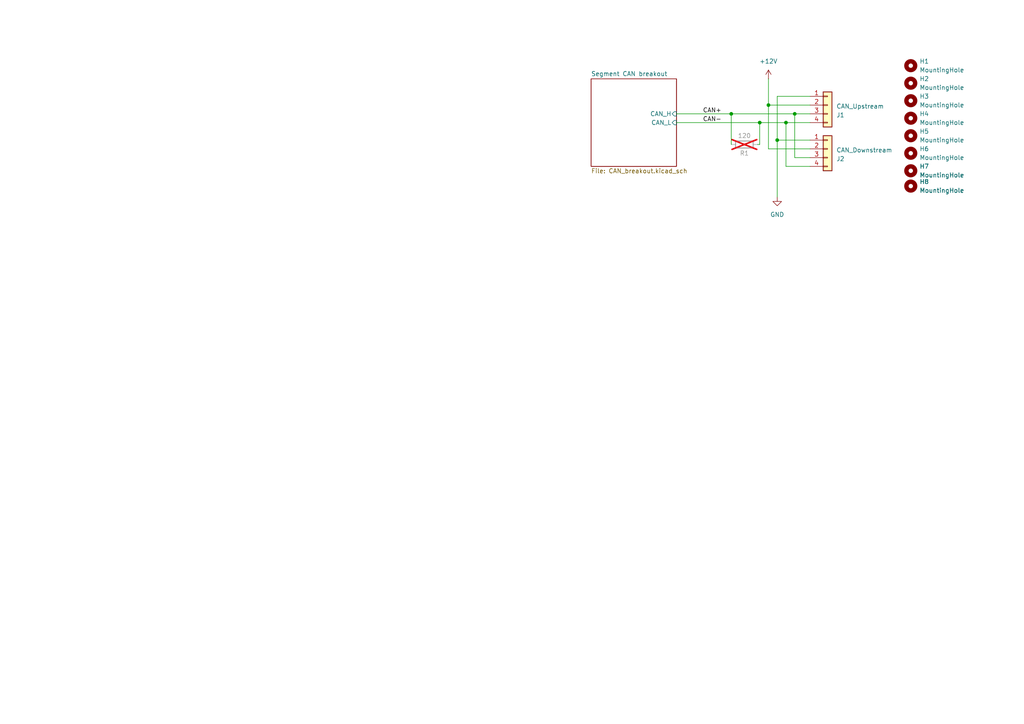
<source format=kicad_sch>
(kicad_sch (version 20250114) (generator "eeschema") (generator_version "9.0")
  (paper "A4")
  (title_block (title "OrionBMS Interface PCB") (date "2025-10-23") (rev "1.1.1"))
  (lib_symbols
    (symbol "Connector_Generic:Conn_01x04" (pin_names (offset 1.016) (hide yes))
      (property "Reference" "J" (at 0 5.08 0))
      (property "Value" "Conn_01x04" (at 0 -7.62 0))
      (symbol "Conn_01x04_1_1"
        (rectangle (start -1.27 3.81) (end 1.27 -6.35) (stroke (width 0.254)) (fill (type background)))
        (rectangle (start -1.27 2.667) (end 0 2.413) (stroke (width 0.1524)))
        (rectangle (start -1.27 0.127) (end 0 -0.127) (stroke (width 0.1524)))
        (rectangle (start -1.27 -2.413) (end 0 -2.667) (stroke (width 0.1524)))
        (rectangle (start -1.27 -4.953) (end 0 -5.207) (stroke (width 0.1524)))
        (pin passive line (at -5.08 2.54 0) (length 3.81) (name "Pin_1") (number "1"))
        (pin passive line (at -5.08 0 0) (length 3.81) (name "Pin_2") (number "2"))
        (pin passive line (at -5.08 -2.54 0) (length 3.81) (name "Pin_3") (number "3"))
        (pin passive line (at -5.08 -5.08 0) (length 3.81) (name "Pin_4") (number "4"))
      )
    )
    (symbol "Device:R" (pin_numbers (hide yes)) (pin_names (offset 0))
      (property "Reference" "R" (at 2.032 0 90))
      (property "Value" "R" (at 0 0 90))
      (symbol "R_0_1"
        (rectangle (start -1.016 -2.54) (end 1.016 2.54) (stroke (width 0.254)))
      )
      (symbol "R_1_1"
        (pin passive line (at 0 3.81 270) (length 1.27) (name "~") (number "1"))
        (pin passive line (at 0 -3.81 90) (length 1.27) (name "~") (number "2"))
      )
    )
    (symbol "Mechanical:MountingHole" (pin_names (offset 1.016)) (exclude_from_sim yes) (in_bom no)
      (property "Reference" "H" (at 0 5.08 0))
      (property "Value" "MountingHole" (at 0 3.175 0))
      (symbol "MountingHole_0_1"
        (circle (center 0 0) (radius 1.27) (stroke (width 1.27)))
      )
    )
    (symbol "power:+12V" (power) (pin_numbers (hide yes)) (pin_names (offset 0) (hide yes))
      (property "Value" "+12V" (at 0 3.556 0))
      (symbol "+12V_0_1"
        (polyline (pts (xy -0.762 1.27) (xy 0 2.54)))
        (polyline (pts (xy 0 2.54) (xy 0.762 1.27)))
        (polyline (pts (xy 0 0) (xy 0 2.54)))
      )
      (symbol "+12V_1_1"
        (pin power_in line (at 0 0 90) (length 0) (name "~") (number "1"))
      )
    )
    (symbol "power:GND" (power) (pin_numbers (hide yes)) (pin_names (offset 0) (hide yes))
      (property "Value" "GND" (at 0 -3.81 0))
      (symbol "GND_0_1"
        (polyline (pts (xy 0 0) (xy 0 -1.27) (xy 1.27 -1.27) (xy 0 -2.54) (xy -1.27 -1.27) (xy 0 -1.27)))
      )
      (symbol "GND_1_1"
        (pin power_in line (at 0 0 270) (length 0) (name "~") (number "1"))
      )
    )
  )
  (junction (at 227.965 35.56))
  (junction (at 220.345 35.56))
  (junction (at 212.09 33.02))
  (junction (at 230.505 33.02))
  (junction (at 225.425 40.64))
  (junction (at 222.885 30.48))
  (wire (pts (xy 225.425 40.64) (xy 234.95 40.64)))
  (wire (pts (xy 196.215 33.02) (xy 212.09 33.02)))
  (wire (pts (xy 225.425 27.94) (xy 225.425 40.64)))
  (wire (pts (xy 227.965 35.56) (xy 234.95 35.56)))
  (wire (pts (xy 222.885 43.18) (xy 222.885 30.48)))
  (wire (pts (xy 219.71 41.91) (xy 220.345 41.91)))
  (wire (pts (xy 225.425 27.94) (xy 234.95 27.94)))
  (wire (pts (xy 222.885 30.48) (xy 234.95 30.48)))
  (wire (pts (xy 212.09 33.02) (xy 212.09 41.91)))
  (wire (pts (xy 196.215 35.56) (xy 220.345 35.56)))
  (wire (pts (xy 225.425 40.64) (xy 225.425 57.15)))
  (wire (pts (xy 234.95 48.26) (xy 227.965 48.26)))
  (wire (pts (xy 230.505 33.02) (xy 234.95 33.02)))
  (wire (pts (xy 222.885 22.86) (xy 222.885 30.48)))
  (wire (pts (xy 222.885 43.18) (xy 234.95 43.18)))
  (wire (pts (xy 220.345 35.56) (xy 220.345 41.91)))
  (wire (pts (xy 230.505 45.72) (xy 230.505 33.02)))
  (wire (pts (xy 234.95 45.72) (xy 230.505 45.72)))
  (wire (pts (xy 220.345 35.56) (xy 227.965 35.56)))
  (wire (pts (xy 212.09 33.02) (xy 230.505 33.02)))
  (wire (pts (xy 227.965 48.26) (xy 227.965 35.56)))
  (label "CAN-" (at 203.835 35.56 0))
  (label "CAN+" (at 203.835 33.02 0))
  (symbol (lib_id "Mechanical:MountingHole") (at 264.16 53.975 0) (unit 1) (exclude_from_sim yes) (in_bom no)
    (property "Reference" "H8" (at 266.7 52.7049 0) (effects (justify left)))
    (property "Value" "MountingHole" (at 266.7 55.2449 0) (effects (justify left)))
    (property "Footprint" "MountingHole:MountingHole_4.3mm_M4" (effects (hide yes)))
    (property "Description" "Mounting Hole without connection" (effects (hide yes)))
  )
  (symbol (lib_id "Mechanical:MountingHole") (at 264.16 39.37 0) (unit 1) (exclude_from_sim yes) (in_bom no)
    (property "Reference" "H5" (at 266.7 38.0999 0) (effects (justify left)))
    (property "Value" "MountingHole" (at 266.7 40.6399 0) (effects (justify left)))
    (property "Footprint" "MountingHole:MountingHole_4.3mm_M4" (effects (hide yes)))
    (property "Description" "Mounting Hole without connection" (effects (hide yes)))
  )
  (symbol (lib_id "Mechanical:MountingHole") (at 264.16 24.13 0) (unit 1) (exclude_from_sim yes) (in_bom no)
    (property "Reference" "H2" (at 266.7 22.8599 0) (effects (justify left)))
    (property "Value" "MountingHole" (at 266.7 25.3999 0) (effects (justify left)))
    (property "Footprint" "MountingHole:MountingHole_4.3mm_M4" (effects (hide yes)))
    (property "Description" "Mounting Hole without connection" (effects (hide yes)))
  )
  (symbol (lib_id "Mechanical:MountingHole") (at 264.16 29.21 0) (unit 1) (exclude_from_sim yes) (in_bom no)
    (property "Reference" "H3" (at 266.7 27.9399 0) (effects (justify left)))
    (property "Value" "MountingHole" (at 266.7 30.4799 0) (effects (justify left)))
    (property "Footprint" "MountingHole:MountingHole_4.3mm_M4" (effects (hide yes)))
    (property "Description" "Mounting Hole without connection" (effects (hide yes)))
  )
  (symbol (lib_id "Device:R") (at 215.9 41.91 270) (unit 1) (dnp yes)
    (property "Reference" "R1" (at 215.9 44.45 90))
    (property "Value" "120" (at 215.9 39.37 90))
    (property "Footprint" "Resistor_SMD:R_0603_1608Metric" (effects (hide yes)))
    (property "Description" "Resistor" (effects (hide yes)))
  )
  (symbol (lib_id "power:+12V") (at 222.885 22.86 0) (unit 1)
    (property "Reference" "#PWR01" (effects (hide yes)))
    (property "Value" "+12V" (at 222.885 17.78 0))
    (property "Description" "Power symbol creates a global label with name \"+12V\"" (effects (hide yes)))
  )
  (symbol (lib_id "Mechanical:MountingHole") (at 264.16 44.45 0) (unit 1) (exclude_from_sim yes) (in_bom no)
    (property "Reference" "H6" (at 266.7 43.1799 0) (effects (justify left)))
    (property "Value" "MountingHole" (at 266.7 45.7199 0) (effects (justify left)))
    (property "Footprint" "MountingHole:MountingHole_4.3mm_M4" (effects (hide yes)))
    (property "Description" "Mounting Hole without connection" (effects (hide yes)))
  )
  (symbol (lib_id "Mechanical:MountingHole") (at 264.16 34.29 0) (unit 1) (exclude_from_sim yes) (in_bom no)
    (property "Reference" "H4" (at 266.7 33.0199 0) (effects (justify left)))
    (property "Value" "MountingHole" (at 266.7 35.5599 0) (effects (justify left)))
    (property "Footprint" "MountingHole:MountingHole_4.3mm_M4" (effects (hide yes)))
    (property "Description" "Mounting Hole without connection" (effects (hide yes)))
  )
  (symbol (lib_id "Mechanical:MountingHole") (at 264.16 49.53 0) (unit 1) (exclude_from_sim yes) (in_bom no)
    (property "Reference" "H7" (at 266.7 48.2599 0) (effects (justify left)))
    (property "Value" "MountingHole" (at 266.7 50.7999 0) (effects (justify left)))
    (property "Footprint" "MountingHole:MountingHole_4.3mm_M4" (effects (hide yes)))
    (property "Description" "Mounting Hole without connection" (effects (hide yes)))
  )
  (symbol (lib_id "power:GND") (at 225.425 57.15 0) (unit 1)
    (property "Reference" "#PWR02" (effects (hide yes)))
    (property "Value" "GND" (at 225.425 62.23 0))
    (property "Description" "Power symbol creates a global label with name \"GND\" , ground" (effects (hide yes)))
  )
  (symbol (lib_id "Mechanical:MountingHole") (at 264.16 19.05 0) (unit 1) (exclude_from_sim yes) (in_bom no)
    (property "Reference" "H1" (at 266.7 17.7799 0) (effects (justify left)))
    (property "Value" "MountingHole" (at 266.7 20.3199 0) (effects (justify left)))
    (property "Footprint" "MountingHole:MountingHole_4.3mm_M4" (effects (hide yes)))
    (property "Description" "Mounting Hole without connection" (effects (hide yes)))
  )
  (symbol (lib_id "Connector_Generic:Conn_01x04") (at 240.03 43.18 0) (unit 1)
    (property "Reference" "J2" (at 242.57 46.0757 0) (effects (justify left)))
    (property "Value" "CAN_Downstream" (at 242.57 43.5357 0) (effects (justify left)))
    (property "Footprint" "Connector_Molex:Molex_Micro-Fit_3.0_43045-0412_2x02_P3.00mm_Vertical" (effects (hide yes)))
    (property "Description" "Generic connector, single row, 01x04, script generated (kicad-library-utils/schlib/autogen/connector/)" (effects (hide yes)))
  )
  (symbol (lib_id "Connector_Generic:Conn_01x04") (at 240.03 30.48 0) (unit 1)
    (property "Reference" "J1" (at 242.57 33.3757 0) (effects (justify left)))
    (property "Value" "CAN_Upstream" (at 242.57 30.8357 0) (effects (justify left)))
    (property "Footprint" "Connector_Molex:Molex_Micro-Fit_3.0_43045-0412_2x02_P3.00mm_Vertical" (effects (hide yes)))
    (property "Description" "Generic connector, single row, 01x04, script generated (kicad-library-utils/schlib/autogen/connector/)" (effects (hide yes)))
  )
  (sheet (at 171.45 22.86) (size 24.765 25.4) (stroke (width 0.1524))
    (property "Sheetname" "Segment CAN breakout" (at 171.45 22.1484 0) (effects (justify left bottom)))
    (property "Sheetfile" "CAN_breakout.kicad_sch" (at 171.45 48.8446 0) (effects (justify left top)))
    (pin "CAN_H" input (at 196.215 33.02 0))
    (pin "CAN_L" input (at 196.215 35.56 0))
  )
)
</source>
